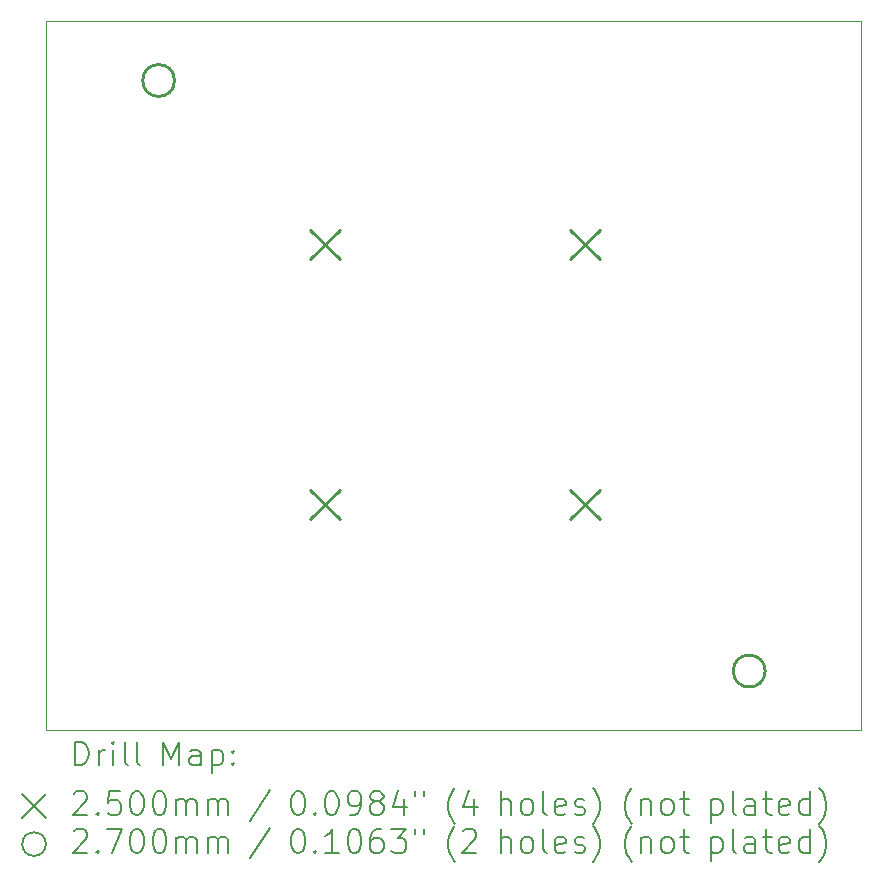
<source format=gbr>
%TF.GenerationSoftware,KiCad,Pcbnew,(7.0.0)*%
%TF.CreationDate,2023-02-26T23:15:07-06:00*%
%TF.ProjectId,KosmoClockUI,4b6f736d-6f43-46c6-9f63-6b55492e6b69,rev?*%
%TF.SameCoordinates,Original*%
%TF.FileFunction,Drillmap*%
%TF.FilePolarity,Positive*%
%FSLAX45Y45*%
G04 Gerber Fmt 4.5, Leading zero omitted, Abs format (unit mm)*
G04 Created by KiCad (PCBNEW (7.0.0)) date 2023-02-26 23:15:07*
%MOMM*%
%LPD*%
G01*
G04 APERTURE LIST*
%ADD10C,0.100000*%
%ADD11C,0.200000*%
%ADD12C,0.250000*%
%ADD13C,0.270000*%
G04 APERTURE END LIST*
D10*
X20300000Y-2000000D02*
X27200000Y-2000000D01*
X27200000Y-2000000D02*
X27200000Y-8000000D01*
X27200000Y-8000000D02*
X20300000Y-8000000D01*
X20300000Y-8000000D02*
X20300000Y-2000000D01*
D11*
D12*
X22534500Y-3765500D02*
X22784500Y-4015500D01*
X22784500Y-3765500D02*
X22534500Y-4015500D01*
X22534500Y-5965500D02*
X22784500Y-6215500D01*
X22784500Y-5965500D02*
X22534500Y-6215500D01*
X24734500Y-3765500D02*
X24984500Y-4015500D01*
X24984500Y-3765500D02*
X24734500Y-4015500D01*
X24734500Y-5965500D02*
X24984500Y-6215500D01*
X24984500Y-5965500D02*
X24734500Y-6215500D01*
D13*
X21385000Y-2500000D02*
G75*
G03*
X21385000Y-2500000I-135000J0D01*
G01*
X26385000Y-7500000D02*
G75*
G03*
X26385000Y-7500000I-135000J0D01*
G01*
D11*
X20542619Y-8298476D02*
X20542619Y-8098476D01*
X20542619Y-8098476D02*
X20590238Y-8098476D01*
X20590238Y-8098476D02*
X20618810Y-8108000D01*
X20618810Y-8108000D02*
X20637857Y-8127048D01*
X20637857Y-8127048D02*
X20647381Y-8146095D01*
X20647381Y-8146095D02*
X20656905Y-8184190D01*
X20656905Y-8184190D02*
X20656905Y-8212762D01*
X20656905Y-8212762D02*
X20647381Y-8250857D01*
X20647381Y-8250857D02*
X20637857Y-8269905D01*
X20637857Y-8269905D02*
X20618810Y-8288952D01*
X20618810Y-8288952D02*
X20590238Y-8298476D01*
X20590238Y-8298476D02*
X20542619Y-8298476D01*
X20742619Y-8298476D02*
X20742619Y-8165143D01*
X20742619Y-8203238D02*
X20752143Y-8184190D01*
X20752143Y-8184190D02*
X20761667Y-8174667D01*
X20761667Y-8174667D02*
X20780714Y-8165143D01*
X20780714Y-8165143D02*
X20799762Y-8165143D01*
X20866429Y-8298476D02*
X20866429Y-8165143D01*
X20866429Y-8098476D02*
X20856905Y-8108000D01*
X20856905Y-8108000D02*
X20866429Y-8117524D01*
X20866429Y-8117524D02*
X20875952Y-8108000D01*
X20875952Y-8108000D02*
X20866429Y-8098476D01*
X20866429Y-8098476D02*
X20866429Y-8117524D01*
X20990238Y-8298476D02*
X20971190Y-8288952D01*
X20971190Y-8288952D02*
X20961667Y-8269905D01*
X20961667Y-8269905D02*
X20961667Y-8098476D01*
X21095000Y-8298476D02*
X21075952Y-8288952D01*
X21075952Y-8288952D02*
X21066429Y-8269905D01*
X21066429Y-8269905D02*
X21066429Y-8098476D01*
X21291190Y-8298476D02*
X21291190Y-8098476D01*
X21291190Y-8098476D02*
X21357857Y-8241333D01*
X21357857Y-8241333D02*
X21424524Y-8098476D01*
X21424524Y-8098476D02*
X21424524Y-8298476D01*
X21605476Y-8298476D02*
X21605476Y-8193714D01*
X21605476Y-8193714D02*
X21595952Y-8174667D01*
X21595952Y-8174667D02*
X21576905Y-8165143D01*
X21576905Y-8165143D02*
X21538809Y-8165143D01*
X21538809Y-8165143D02*
X21519762Y-8174667D01*
X21605476Y-8288952D02*
X21586429Y-8298476D01*
X21586429Y-8298476D02*
X21538809Y-8298476D01*
X21538809Y-8298476D02*
X21519762Y-8288952D01*
X21519762Y-8288952D02*
X21510238Y-8269905D01*
X21510238Y-8269905D02*
X21510238Y-8250857D01*
X21510238Y-8250857D02*
X21519762Y-8231809D01*
X21519762Y-8231809D02*
X21538809Y-8222286D01*
X21538809Y-8222286D02*
X21586429Y-8222286D01*
X21586429Y-8222286D02*
X21605476Y-8212762D01*
X21700714Y-8165143D02*
X21700714Y-8365143D01*
X21700714Y-8174667D02*
X21719762Y-8165143D01*
X21719762Y-8165143D02*
X21757857Y-8165143D01*
X21757857Y-8165143D02*
X21776905Y-8174667D01*
X21776905Y-8174667D02*
X21786429Y-8184190D01*
X21786429Y-8184190D02*
X21795952Y-8203238D01*
X21795952Y-8203238D02*
X21795952Y-8260381D01*
X21795952Y-8260381D02*
X21786429Y-8279428D01*
X21786429Y-8279428D02*
X21776905Y-8288952D01*
X21776905Y-8288952D02*
X21757857Y-8298476D01*
X21757857Y-8298476D02*
X21719762Y-8298476D01*
X21719762Y-8298476D02*
X21700714Y-8288952D01*
X21881667Y-8279428D02*
X21891190Y-8288952D01*
X21891190Y-8288952D02*
X21881667Y-8298476D01*
X21881667Y-8298476D02*
X21872143Y-8288952D01*
X21872143Y-8288952D02*
X21881667Y-8279428D01*
X21881667Y-8279428D02*
X21881667Y-8298476D01*
X21881667Y-8174667D02*
X21891190Y-8184190D01*
X21891190Y-8184190D02*
X21881667Y-8193714D01*
X21881667Y-8193714D02*
X21872143Y-8184190D01*
X21872143Y-8184190D02*
X21881667Y-8174667D01*
X21881667Y-8174667D02*
X21881667Y-8193714D01*
X20095000Y-8545000D02*
X20295000Y-8745000D01*
X20295000Y-8545000D02*
X20095000Y-8745000D01*
X20533095Y-8537524D02*
X20542619Y-8528000D01*
X20542619Y-8528000D02*
X20561667Y-8518476D01*
X20561667Y-8518476D02*
X20609286Y-8518476D01*
X20609286Y-8518476D02*
X20628333Y-8528000D01*
X20628333Y-8528000D02*
X20637857Y-8537524D01*
X20637857Y-8537524D02*
X20647381Y-8556571D01*
X20647381Y-8556571D02*
X20647381Y-8575619D01*
X20647381Y-8575619D02*
X20637857Y-8604190D01*
X20637857Y-8604190D02*
X20523571Y-8718476D01*
X20523571Y-8718476D02*
X20647381Y-8718476D01*
X20733095Y-8699429D02*
X20742619Y-8708952D01*
X20742619Y-8708952D02*
X20733095Y-8718476D01*
X20733095Y-8718476D02*
X20723571Y-8708952D01*
X20723571Y-8708952D02*
X20733095Y-8699429D01*
X20733095Y-8699429D02*
X20733095Y-8718476D01*
X20923571Y-8518476D02*
X20828333Y-8518476D01*
X20828333Y-8518476D02*
X20818810Y-8613714D01*
X20818810Y-8613714D02*
X20828333Y-8604190D01*
X20828333Y-8604190D02*
X20847381Y-8594667D01*
X20847381Y-8594667D02*
X20895000Y-8594667D01*
X20895000Y-8594667D02*
X20914048Y-8604190D01*
X20914048Y-8604190D02*
X20923571Y-8613714D01*
X20923571Y-8613714D02*
X20933095Y-8632762D01*
X20933095Y-8632762D02*
X20933095Y-8680381D01*
X20933095Y-8680381D02*
X20923571Y-8699429D01*
X20923571Y-8699429D02*
X20914048Y-8708952D01*
X20914048Y-8708952D02*
X20895000Y-8718476D01*
X20895000Y-8718476D02*
X20847381Y-8718476D01*
X20847381Y-8718476D02*
X20828333Y-8708952D01*
X20828333Y-8708952D02*
X20818810Y-8699429D01*
X21056905Y-8518476D02*
X21075952Y-8518476D01*
X21075952Y-8518476D02*
X21095000Y-8528000D01*
X21095000Y-8528000D02*
X21104524Y-8537524D01*
X21104524Y-8537524D02*
X21114048Y-8556571D01*
X21114048Y-8556571D02*
X21123571Y-8594667D01*
X21123571Y-8594667D02*
X21123571Y-8642286D01*
X21123571Y-8642286D02*
X21114048Y-8680381D01*
X21114048Y-8680381D02*
X21104524Y-8699429D01*
X21104524Y-8699429D02*
X21095000Y-8708952D01*
X21095000Y-8708952D02*
X21075952Y-8718476D01*
X21075952Y-8718476D02*
X21056905Y-8718476D01*
X21056905Y-8718476D02*
X21037857Y-8708952D01*
X21037857Y-8708952D02*
X21028333Y-8699429D01*
X21028333Y-8699429D02*
X21018810Y-8680381D01*
X21018810Y-8680381D02*
X21009286Y-8642286D01*
X21009286Y-8642286D02*
X21009286Y-8594667D01*
X21009286Y-8594667D02*
X21018810Y-8556571D01*
X21018810Y-8556571D02*
X21028333Y-8537524D01*
X21028333Y-8537524D02*
X21037857Y-8528000D01*
X21037857Y-8528000D02*
X21056905Y-8518476D01*
X21247381Y-8518476D02*
X21266429Y-8518476D01*
X21266429Y-8518476D02*
X21285476Y-8528000D01*
X21285476Y-8528000D02*
X21295000Y-8537524D01*
X21295000Y-8537524D02*
X21304524Y-8556571D01*
X21304524Y-8556571D02*
X21314048Y-8594667D01*
X21314048Y-8594667D02*
X21314048Y-8642286D01*
X21314048Y-8642286D02*
X21304524Y-8680381D01*
X21304524Y-8680381D02*
X21295000Y-8699429D01*
X21295000Y-8699429D02*
X21285476Y-8708952D01*
X21285476Y-8708952D02*
X21266429Y-8718476D01*
X21266429Y-8718476D02*
X21247381Y-8718476D01*
X21247381Y-8718476D02*
X21228333Y-8708952D01*
X21228333Y-8708952D02*
X21218810Y-8699429D01*
X21218810Y-8699429D02*
X21209286Y-8680381D01*
X21209286Y-8680381D02*
X21199762Y-8642286D01*
X21199762Y-8642286D02*
X21199762Y-8594667D01*
X21199762Y-8594667D02*
X21209286Y-8556571D01*
X21209286Y-8556571D02*
X21218810Y-8537524D01*
X21218810Y-8537524D02*
X21228333Y-8528000D01*
X21228333Y-8528000D02*
X21247381Y-8518476D01*
X21399762Y-8718476D02*
X21399762Y-8585143D01*
X21399762Y-8604190D02*
X21409286Y-8594667D01*
X21409286Y-8594667D02*
X21428333Y-8585143D01*
X21428333Y-8585143D02*
X21456905Y-8585143D01*
X21456905Y-8585143D02*
X21475952Y-8594667D01*
X21475952Y-8594667D02*
X21485476Y-8613714D01*
X21485476Y-8613714D02*
X21485476Y-8718476D01*
X21485476Y-8613714D02*
X21495000Y-8594667D01*
X21495000Y-8594667D02*
X21514048Y-8585143D01*
X21514048Y-8585143D02*
X21542619Y-8585143D01*
X21542619Y-8585143D02*
X21561667Y-8594667D01*
X21561667Y-8594667D02*
X21571191Y-8613714D01*
X21571191Y-8613714D02*
X21571191Y-8718476D01*
X21666429Y-8718476D02*
X21666429Y-8585143D01*
X21666429Y-8604190D02*
X21675952Y-8594667D01*
X21675952Y-8594667D02*
X21695000Y-8585143D01*
X21695000Y-8585143D02*
X21723572Y-8585143D01*
X21723572Y-8585143D02*
X21742619Y-8594667D01*
X21742619Y-8594667D02*
X21752143Y-8613714D01*
X21752143Y-8613714D02*
X21752143Y-8718476D01*
X21752143Y-8613714D02*
X21761667Y-8594667D01*
X21761667Y-8594667D02*
X21780714Y-8585143D01*
X21780714Y-8585143D02*
X21809286Y-8585143D01*
X21809286Y-8585143D02*
X21828333Y-8594667D01*
X21828333Y-8594667D02*
X21837857Y-8613714D01*
X21837857Y-8613714D02*
X21837857Y-8718476D01*
X22195952Y-8508952D02*
X22024524Y-8766095D01*
X22420714Y-8518476D02*
X22439762Y-8518476D01*
X22439762Y-8518476D02*
X22458810Y-8528000D01*
X22458810Y-8528000D02*
X22468333Y-8537524D01*
X22468333Y-8537524D02*
X22477857Y-8556571D01*
X22477857Y-8556571D02*
X22487381Y-8594667D01*
X22487381Y-8594667D02*
X22487381Y-8642286D01*
X22487381Y-8642286D02*
X22477857Y-8680381D01*
X22477857Y-8680381D02*
X22468333Y-8699429D01*
X22468333Y-8699429D02*
X22458810Y-8708952D01*
X22458810Y-8708952D02*
X22439762Y-8718476D01*
X22439762Y-8718476D02*
X22420714Y-8718476D01*
X22420714Y-8718476D02*
X22401667Y-8708952D01*
X22401667Y-8708952D02*
X22392143Y-8699429D01*
X22392143Y-8699429D02*
X22382619Y-8680381D01*
X22382619Y-8680381D02*
X22373095Y-8642286D01*
X22373095Y-8642286D02*
X22373095Y-8594667D01*
X22373095Y-8594667D02*
X22382619Y-8556571D01*
X22382619Y-8556571D02*
X22392143Y-8537524D01*
X22392143Y-8537524D02*
X22401667Y-8528000D01*
X22401667Y-8528000D02*
X22420714Y-8518476D01*
X22573095Y-8699429D02*
X22582619Y-8708952D01*
X22582619Y-8708952D02*
X22573095Y-8718476D01*
X22573095Y-8718476D02*
X22563571Y-8708952D01*
X22563571Y-8708952D02*
X22573095Y-8699429D01*
X22573095Y-8699429D02*
X22573095Y-8718476D01*
X22706429Y-8518476D02*
X22725476Y-8518476D01*
X22725476Y-8518476D02*
X22744524Y-8528000D01*
X22744524Y-8528000D02*
X22754048Y-8537524D01*
X22754048Y-8537524D02*
X22763571Y-8556571D01*
X22763571Y-8556571D02*
X22773095Y-8594667D01*
X22773095Y-8594667D02*
X22773095Y-8642286D01*
X22773095Y-8642286D02*
X22763571Y-8680381D01*
X22763571Y-8680381D02*
X22754048Y-8699429D01*
X22754048Y-8699429D02*
X22744524Y-8708952D01*
X22744524Y-8708952D02*
X22725476Y-8718476D01*
X22725476Y-8718476D02*
X22706429Y-8718476D01*
X22706429Y-8718476D02*
X22687381Y-8708952D01*
X22687381Y-8708952D02*
X22677857Y-8699429D01*
X22677857Y-8699429D02*
X22668333Y-8680381D01*
X22668333Y-8680381D02*
X22658810Y-8642286D01*
X22658810Y-8642286D02*
X22658810Y-8594667D01*
X22658810Y-8594667D02*
X22668333Y-8556571D01*
X22668333Y-8556571D02*
X22677857Y-8537524D01*
X22677857Y-8537524D02*
X22687381Y-8528000D01*
X22687381Y-8528000D02*
X22706429Y-8518476D01*
X22868333Y-8718476D02*
X22906429Y-8718476D01*
X22906429Y-8718476D02*
X22925476Y-8708952D01*
X22925476Y-8708952D02*
X22935000Y-8699429D01*
X22935000Y-8699429D02*
X22954048Y-8670857D01*
X22954048Y-8670857D02*
X22963571Y-8632762D01*
X22963571Y-8632762D02*
X22963571Y-8556571D01*
X22963571Y-8556571D02*
X22954048Y-8537524D01*
X22954048Y-8537524D02*
X22944524Y-8528000D01*
X22944524Y-8528000D02*
X22925476Y-8518476D01*
X22925476Y-8518476D02*
X22887381Y-8518476D01*
X22887381Y-8518476D02*
X22868333Y-8528000D01*
X22868333Y-8528000D02*
X22858810Y-8537524D01*
X22858810Y-8537524D02*
X22849286Y-8556571D01*
X22849286Y-8556571D02*
X22849286Y-8604190D01*
X22849286Y-8604190D02*
X22858810Y-8623238D01*
X22858810Y-8623238D02*
X22868333Y-8632762D01*
X22868333Y-8632762D02*
X22887381Y-8642286D01*
X22887381Y-8642286D02*
X22925476Y-8642286D01*
X22925476Y-8642286D02*
X22944524Y-8632762D01*
X22944524Y-8632762D02*
X22954048Y-8623238D01*
X22954048Y-8623238D02*
X22963571Y-8604190D01*
X23077857Y-8604190D02*
X23058810Y-8594667D01*
X23058810Y-8594667D02*
X23049286Y-8585143D01*
X23049286Y-8585143D02*
X23039762Y-8566095D01*
X23039762Y-8566095D02*
X23039762Y-8556571D01*
X23039762Y-8556571D02*
X23049286Y-8537524D01*
X23049286Y-8537524D02*
X23058810Y-8528000D01*
X23058810Y-8528000D02*
X23077857Y-8518476D01*
X23077857Y-8518476D02*
X23115952Y-8518476D01*
X23115952Y-8518476D02*
X23135000Y-8528000D01*
X23135000Y-8528000D02*
X23144524Y-8537524D01*
X23144524Y-8537524D02*
X23154048Y-8556571D01*
X23154048Y-8556571D02*
X23154048Y-8566095D01*
X23154048Y-8566095D02*
X23144524Y-8585143D01*
X23144524Y-8585143D02*
X23135000Y-8594667D01*
X23135000Y-8594667D02*
X23115952Y-8604190D01*
X23115952Y-8604190D02*
X23077857Y-8604190D01*
X23077857Y-8604190D02*
X23058810Y-8613714D01*
X23058810Y-8613714D02*
X23049286Y-8623238D01*
X23049286Y-8623238D02*
X23039762Y-8642286D01*
X23039762Y-8642286D02*
X23039762Y-8680381D01*
X23039762Y-8680381D02*
X23049286Y-8699429D01*
X23049286Y-8699429D02*
X23058810Y-8708952D01*
X23058810Y-8708952D02*
X23077857Y-8718476D01*
X23077857Y-8718476D02*
X23115952Y-8718476D01*
X23115952Y-8718476D02*
X23135000Y-8708952D01*
X23135000Y-8708952D02*
X23144524Y-8699429D01*
X23144524Y-8699429D02*
X23154048Y-8680381D01*
X23154048Y-8680381D02*
X23154048Y-8642286D01*
X23154048Y-8642286D02*
X23144524Y-8623238D01*
X23144524Y-8623238D02*
X23135000Y-8613714D01*
X23135000Y-8613714D02*
X23115952Y-8604190D01*
X23325476Y-8585143D02*
X23325476Y-8718476D01*
X23277857Y-8508952D02*
X23230238Y-8651810D01*
X23230238Y-8651810D02*
X23354048Y-8651810D01*
X23420714Y-8518476D02*
X23420714Y-8556571D01*
X23496905Y-8518476D02*
X23496905Y-8556571D01*
X23759762Y-8794667D02*
X23750238Y-8785143D01*
X23750238Y-8785143D02*
X23731191Y-8756571D01*
X23731191Y-8756571D02*
X23721667Y-8737524D01*
X23721667Y-8737524D02*
X23712143Y-8708952D01*
X23712143Y-8708952D02*
X23702619Y-8661333D01*
X23702619Y-8661333D02*
X23702619Y-8623238D01*
X23702619Y-8623238D02*
X23712143Y-8575619D01*
X23712143Y-8575619D02*
X23721667Y-8547048D01*
X23721667Y-8547048D02*
X23731191Y-8528000D01*
X23731191Y-8528000D02*
X23750238Y-8499429D01*
X23750238Y-8499429D02*
X23759762Y-8489905D01*
X23921667Y-8585143D02*
X23921667Y-8718476D01*
X23874048Y-8508952D02*
X23826429Y-8651810D01*
X23826429Y-8651810D02*
X23950238Y-8651810D01*
X24146429Y-8718476D02*
X24146429Y-8518476D01*
X24232143Y-8718476D02*
X24232143Y-8613714D01*
X24232143Y-8613714D02*
X24222619Y-8594667D01*
X24222619Y-8594667D02*
X24203572Y-8585143D01*
X24203572Y-8585143D02*
X24175000Y-8585143D01*
X24175000Y-8585143D02*
X24155952Y-8594667D01*
X24155952Y-8594667D02*
X24146429Y-8604190D01*
X24355952Y-8718476D02*
X24336905Y-8708952D01*
X24336905Y-8708952D02*
X24327381Y-8699429D01*
X24327381Y-8699429D02*
X24317857Y-8680381D01*
X24317857Y-8680381D02*
X24317857Y-8623238D01*
X24317857Y-8623238D02*
X24327381Y-8604190D01*
X24327381Y-8604190D02*
X24336905Y-8594667D01*
X24336905Y-8594667D02*
X24355952Y-8585143D01*
X24355952Y-8585143D02*
X24384524Y-8585143D01*
X24384524Y-8585143D02*
X24403572Y-8594667D01*
X24403572Y-8594667D02*
X24413095Y-8604190D01*
X24413095Y-8604190D02*
X24422619Y-8623238D01*
X24422619Y-8623238D02*
X24422619Y-8680381D01*
X24422619Y-8680381D02*
X24413095Y-8699429D01*
X24413095Y-8699429D02*
X24403572Y-8708952D01*
X24403572Y-8708952D02*
X24384524Y-8718476D01*
X24384524Y-8718476D02*
X24355952Y-8718476D01*
X24536905Y-8718476D02*
X24517857Y-8708952D01*
X24517857Y-8708952D02*
X24508333Y-8689905D01*
X24508333Y-8689905D02*
X24508333Y-8518476D01*
X24689286Y-8708952D02*
X24670238Y-8718476D01*
X24670238Y-8718476D02*
X24632143Y-8718476D01*
X24632143Y-8718476D02*
X24613095Y-8708952D01*
X24613095Y-8708952D02*
X24603572Y-8689905D01*
X24603572Y-8689905D02*
X24603572Y-8613714D01*
X24603572Y-8613714D02*
X24613095Y-8594667D01*
X24613095Y-8594667D02*
X24632143Y-8585143D01*
X24632143Y-8585143D02*
X24670238Y-8585143D01*
X24670238Y-8585143D02*
X24689286Y-8594667D01*
X24689286Y-8594667D02*
X24698810Y-8613714D01*
X24698810Y-8613714D02*
X24698810Y-8632762D01*
X24698810Y-8632762D02*
X24603572Y-8651810D01*
X24775000Y-8708952D02*
X24794048Y-8718476D01*
X24794048Y-8718476D02*
X24832143Y-8718476D01*
X24832143Y-8718476D02*
X24851191Y-8708952D01*
X24851191Y-8708952D02*
X24860714Y-8689905D01*
X24860714Y-8689905D02*
X24860714Y-8680381D01*
X24860714Y-8680381D02*
X24851191Y-8661333D01*
X24851191Y-8661333D02*
X24832143Y-8651810D01*
X24832143Y-8651810D02*
X24803572Y-8651810D01*
X24803572Y-8651810D02*
X24784524Y-8642286D01*
X24784524Y-8642286D02*
X24775000Y-8623238D01*
X24775000Y-8623238D02*
X24775000Y-8613714D01*
X24775000Y-8613714D02*
X24784524Y-8594667D01*
X24784524Y-8594667D02*
X24803572Y-8585143D01*
X24803572Y-8585143D02*
X24832143Y-8585143D01*
X24832143Y-8585143D02*
X24851191Y-8594667D01*
X24927381Y-8794667D02*
X24936905Y-8785143D01*
X24936905Y-8785143D02*
X24955953Y-8756571D01*
X24955953Y-8756571D02*
X24965476Y-8737524D01*
X24965476Y-8737524D02*
X24975000Y-8708952D01*
X24975000Y-8708952D02*
X24984524Y-8661333D01*
X24984524Y-8661333D02*
X24984524Y-8623238D01*
X24984524Y-8623238D02*
X24975000Y-8575619D01*
X24975000Y-8575619D02*
X24965476Y-8547048D01*
X24965476Y-8547048D02*
X24955953Y-8528000D01*
X24955953Y-8528000D02*
X24936905Y-8499429D01*
X24936905Y-8499429D02*
X24927381Y-8489905D01*
X25256905Y-8794667D02*
X25247381Y-8785143D01*
X25247381Y-8785143D02*
X25228333Y-8756571D01*
X25228333Y-8756571D02*
X25218810Y-8737524D01*
X25218810Y-8737524D02*
X25209286Y-8708952D01*
X25209286Y-8708952D02*
X25199762Y-8661333D01*
X25199762Y-8661333D02*
X25199762Y-8623238D01*
X25199762Y-8623238D02*
X25209286Y-8575619D01*
X25209286Y-8575619D02*
X25218810Y-8547048D01*
X25218810Y-8547048D02*
X25228333Y-8528000D01*
X25228333Y-8528000D02*
X25247381Y-8499429D01*
X25247381Y-8499429D02*
X25256905Y-8489905D01*
X25333095Y-8585143D02*
X25333095Y-8718476D01*
X25333095Y-8604190D02*
X25342619Y-8594667D01*
X25342619Y-8594667D02*
X25361667Y-8585143D01*
X25361667Y-8585143D02*
X25390238Y-8585143D01*
X25390238Y-8585143D02*
X25409286Y-8594667D01*
X25409286Y-8594667D02*
X25418810Y-8613714D01*
X25418810Y-8613714D02*
X25418810Y-8718476D01*
X25542619Y-8718476D02*
X25523572Y-8708952D01*
X25523572Y-8708952D02*
X25514048Y-8699429D01*
X25514048Y-8699429D02*
X25504524Y-8680381D01*
X25504524Y-8680381D02*
X25504524Y-8623238D01*
X25504524Y-8623238D02*
X25514048Y-8604190D01*
X25514048Y-8604190D02*
X25523572Y-8594667D01*
X25523572Y-8594667D02*
X25542619Y-8585143D01*
X25542619Y-8585143D02*
X25571191Y-8585143D01*
X25571191Y-8585143D02*
X25590238Y-8594667D01*
X25590238Y-8594667D02*
X25599762Y-8604190D01*
X25599762Y-8604190D02*
X25609286Y-8623238D01*
X25609286Y-8623238D02*
X25609286Y-8680381D01*
X25609286Y-8680381D02*
X25599762Y-8699429D01*
X25599762Y-8699429D02*
X25590238Y-8708952D01*
X25590238Y-8708952D02*
X25571191Y-8718476D01*
X25571191Y-8718476D02*
X25542619Y-8718476D01*
X25666429Y-8585143D02*
X25742619Y-8585143D01*
X25695000Y-8518476D02*
X25695000Y-8689905D01*
X25695000Y-8689905D02*
X25704524Y-8708952D01*
X25704524Y-8708952D02*
X25723572Y-8718476D01*
X25723572Y-8718476D02*
X25742619Y-8718476D01*
X25929286Y-8585143D02*
X25929286Y-8785143D01*
X25929286Y-8594667D02*
X25948333Y-8585143D01*
X25948333Y-8585143D02*
X25986429Y-8585143D01*
X25986429Y-8585143D02*
X26005476Y-8594667D01*
X26005476Y-8594667D02*
X26015000Y-8604190D01*
X26015000Y-8604190D02*
X26024524Y-8623238D01*
X26024524Y-8623238D02*
X26024524Y-8680381D01*
X26024524Y-8680381D02*
X26015000Y-8699429D01*
X26015000Y-8699429D02*
X26005476Y-8708952D01*
X26005476Y-8708952D02*
X25986429Y-8718476D01*
X25986429Y-8718476D02*
X25948333Y-8718476D01*
X25948333Y-8718476D02*
X25929286Y-8708952D01*
X26138810Y-8718476D02*
X26119762Y-8708952D01*
X26119762Y-8708952D02*
X26110238Y-8689905D01*
X26110238Y-8689905D02*
X26110238Y-8518476D01*
X26300714Y-8718476D02*
X26300714Y-8613714D01*
X26300714Y-8613714D02*
X26291191Y-8594667D01*
X26291191Y-8594667D02*
X26272143Y-8585143D01*
X26272143Y-8585143D02*
X26234048Y-8585143D01*
X26234048Y-8585143D02*
X26215000Y-8594667D01*
X26300714Y-8708952D02*
X26281667Y-8718476D01*
X26281667Y-8718476D02*
X26234048Y-8718476D01*
X26234048Y-8718476D02*
X26215000Y-8708952D01*
X26215000Y-8708952D02*
X26205476Y-8689905D01*
X26205476Y-8689905D02*
X26205476Y-8670857D01*
X26205476Y-8670857D02*
X26215000Y-8651810D01*
X26215000Y-8651810D02*
X26234048Y-8642286D01*
X26234048Y-8642286D02*
X26281667Y-8642286D01*
X26281667Y-8642286D02*
X26300714Y-8632762D01*
X26367381Y-8585143D02*
X26443572Y-8585143D01*
X26395953Y-8518476D02*
X26395953Y-8689905D01*
X26395953Y-8689905D02*
X26405476Y-8708952D01*
X26405476Y-8708952D02*
X26424524Y-8718476D01*
X26424524Y-8718476D02*
X26443572Y-8718476D01*
X26586429Y-8708952D02*
X26567381Y-8718476D01*
X26567381Y-8718476D02*
X26529286Y-8718476D01*
X26529286Y-8718476D02*
X26510238Y-8708952D01*
X26510238Y-8708952D02*
X26500714Y-8689905D01*
X26500714Y-8689905D02*
X26500714Y-8613714D01*
X26500714Y-8613714D02*
X26510238Y-8594667D01*
X26510238Y-8594667D02*
X26529286Y-8585143D01*
X26529286Y-8585143D02*
X26567381Y-8585143D01*
X26567381Y-8585143D02*
X26586429Y-8594667D01*
X26586429Y-8594667D02*
X26595953Y-8613714D01*
X26595953Y-8613714D02*
X26595953Y-8632762D01*
X26595953Y-8632762D02*
X26500714Y-8651810D01*
X26767381Y-8718476D02*
X26767381Y-8518476D01*
X26767381Y-8708952D02*
X26748334Y-8718476D01*
X26748334Y-8718476D02*
X26710238Y-8718476D01*
X26710238Y-8718476D02*
X26691191Y-8708952D01*
X26691191Y-8708952D02*
X26681667Y-8699429D01*
X26681667Y-8699429D02*
X26672143Y-8680381D01*
X26672143Y-8680381D02*
X26672143Y-8623238D01*
X26672143Y-8623238D02*
X26681667Y-8604190D01*
X26681667Y-8604190D02*
X26691191Y-8594667D01*
X26691191Y-8594667D02*
X26710238Y-8585143D01*
X26710238Y-8585143D02*
X26748334Y-8585143D01*
X26748334Y-8585143D02*
X26767381Y-8594667D01*
X26843572Y-8794667D02*
X26853095Y-8785143D01*
X26853095Y-8785143D02*
X26872143Y-8756571D01*
X26872143Y-8756571D02*
X26881667Y-8737524D01*
X26881667Y-8737524D02*
X26891191Y-8708952D01*
X26891191Y-8708952D02*
X26900714Y-8661333D01*
X26900714Y-8661333D02*
X26900714Y-8623238D01*
X26900714Y-8623238D02*
X26891191Y-8575619D01*
X26891191Y-8575619D02*
X26881667Y-8547048D01*
X26881667Y-8547048D02*
X26872143Y-8528000D01*
X26872143Y-8528000D02*
X26853095Y-8499429D01*
X26853095Y-8499429D02*
X26843572Y-8489905D01*
X20295000Y-8965000D02*
G75*
G03*
X20295000Y-8965000I-100000J0D01*
G01*
X20533095Y-8857524D02*
X20542619Y-8848000D01*
X20542619Y-8848000D02*
X20561667Y-8838476D01*
X20561667Y-8838476D02*
X20609286Y-8838476D01*
X20609286Y-8838476D02*
X20628333Y-8848000D01*
X20628333Y-8848000D02*
X20637857Y-8857524D01*
X20637857Y-8857524D02*
X20647381Y-8876571D01*
X20647381Y-8876571D02*
X20647381Y-8895619D01*
X20647381Y-8895619D02*
X20637857Y-8924190D01*
X20637857Y-8924190D02*
X20523571Y-9038476D01*
X20523571Y-9038476D02*
X20647381Y-9038476D01*
X20733095Y-9019429D02*
X20742619Y-9028952D01*
X20742619Y-9028952D02*
X20733095Y-9038476D01*
X20733095Y-9038476D02*
X20723571Y-9028952D01*
X20723571Y-9028952D02*
X20733095Y-9019429D01*
X20733095Y-9019429D02*
X20733095Y-9038476D01*
X20809286Y-8838476D02*
X20942619Y-8838476D01*
X20942619Y-8838476D02*
X20856905Y-9038476D01*
X21056905Y-8838476D02*
X21075952Y-8838476D01*
X21075952Y-8838476D02*
X21095000Y-8848000D01*
X21095000Y-8848000D02*
X21104524Y-8857524D01*
X21104524Y-8857524D02*
X21114048Y-8876571D01*
X21114048Y-8876571D02*
X21123571Y-8914667D01*
X21123571Y-8914667D02*
X21123571Y-8962286D01*
X21123571Y-8962286D02*
X21114048Y-9000381D01*
X21114048Y-9000381D02*
X21104524Y-9019429D01*
X21104524Y-9019429D02*
X21095000Y-9028952D01*
X21095000Y-9028952D02*
X21075952Y-9038476D01*
X21075952Y-9038476D02*
X21056905Y-9038476D01*
X21056905Y-9038476D02*
X21037857Y-9028952D01*
X21037857Y-9028952D02*
X21028333Y-9019429D01*
X21028333Y-9019429D02*
X21018810Y-9000381D01*
X21018810Y-9000381D02*
X21009286Y-8962286D01*
X21009286Y-8962286D02*
X21009286Y-8914667D01*
X21009286Y-8914667D02*
X21018810Y-8876571D01*
X21018810Y-8876571D02*
X21028333Y-8857524D01*
X21028333Y-8857524D02*
X21037857Y-8848000D01*
X21037857Y-8848000D02*
X21056905Y-8838476D01*
X21247381Y-8838476D02*
X21266429Y-8838476D01*
X21266429Y-8838476D02*
X21285476Y-8848000D01*
X21285476Y-8848000D02*
X21295000Y-8857524D01*
X21295000Y-8857524D02*
X21304524Y-8876571D01*
X21304524Y-8876571D02*
X21314048Y-8914667D01*
X21314048Y-8914667D02*
X21314048Y-8962286D01*
X21314048Y-8962286D02*
X21304524Y-9000381D01*
X21304524Y-9000381D02*
X21295000Y-9019429D01*
X21295000Y-9019429D02*
X21285476Y-9028952D01*
X21285476Y-9028952D02*
X21266429Y-9038476D01*
X21266429Y-9038476D02*
X21247381Y-9038476D01*
X21247381Y-9038476D02*
X21228333Y-9028952D01*
X21228333Y-9028952D02*
X21218810Y-9019429D01*
X21218810Y-9019429D02*
X21209286Y-9000381D01*
X21209286Y-9000381D02*
X21199762Y-8962286D01*
X21199762Y-8962286D02*
X21199762Y-8914667D01*
X21199762Y-8914667D02*
X21209286Y-8876571D01*
X21209286Y-8876571D02*
X21218810Y-8857524D01*
X21218810Y-8857524D02*
X21228333Y-8848000D01*
X21228333Y-8848000D02*
X21247381Y-8838476D01*
X21399762Y-9038476D02*
X21399762Y-8905143D01*
X21399762Y-8924190D02*
X21409286Y-8914667D01*
X21409286Y-8914667D02*
X21428333Y-8905143D01*
X21428333Y-8905143D02*
X21456905Y-8905143D01*
X21456905Y-8905143D02*
X21475952Y-8914667D01*
X21475952Y-8914667D02*
X21485476Y-8933714D01*
X21485476Y-8933714D02*
X21485476Y-9038476D01*
X21485476Y-8933714D02*
X21495000Y-8914667D01*
X21495000Y-8914667D02*
X21514048Y-8905143D01*
X21514048Y-8905143D02*
X21542619Y-8905143D01*
X21542619Y-8905143D02*
X21561667Y-8914667D01*
X21561667Y-8914667D02*
X21571191Y-8933714D01*
X21571191Y-8933714D02*
X21571191Y-9038476D01*
X21666429Y-9038476D02*
X21666429Y-8905143D01*
X21666429Y-8924190D02*
X21675952Y-8914667D01*
X21675952Y-8914667D02*
X21695000Y-8905143D01*
X21695000Y-8905143D02*
X21723572Y-8905143D01*
X21723572Y-8905143D02*
X21742619Y-8914667D01*
X21742619Y-8914667D02*
X21752143Y-8933714D01*
X21752143Y-8933714D02*
X21752143Y-9038476D01*
X21752143Y-8933714D02*
X21761667Y-8914667D01*
X21761667Y-8914667D02*
X21780714Y-8905143D01*
X21780714Y-8905143D02*
X21809286Y-8905143D01*
X21809286Y-8905143D02*
X21828333Y-8914667D01*
X21828333Y-8914667D02*
X21837857Y-8933714D01*
X21837857Y-8933714D02*
X21837857Y-9038476D01*
X22195952Y-8828952D02*
X22024524Y-9086095D01*
X22420714Y-8838476D02*
X22439762Y-8838476D01*
X22439762Y-8838476D02*
X22458810Y-8848000D01*
X22458810Y-8848000D02*
X22468333Y-8857524D01*
X22468333Y-8857524D02*
X22477857Y-8876571D01*
X22477857Y-8876571D02*
X22487381Y-8914667D01*
X22487381Y-8914667D02*
X22487381Y-8962286D01*
X22487381Y-8962286D02*
X22477857Y-9000381D01*
X22477857Y-9000381D02*
X22468333Y-9019429D01*
X22468333Y-9019429D02*
X22458810Y-9028952D01*
X22458810Y-9028952D02*
X22439762Y-9038476D01*
X22439762Y-9038476D02*
X22420714Y-9038476D01*
X22420714Y-9038476D02*
X22401667Y-9028952D01*
X22401667Y-9028952D02*
X22392143Y-9019429D01*
X22392143Y-9019429D02*
X22382619Y-9000381D01*
X22382619Y-9000381D02*
X22373095Y-8962286D01*
X22373095Y-8962286D02*
X22373095Y-8914667D01*
X22373095Y-8914667D02*
X22382619Y-8876571D01*
X22382619Y-8876571D02*
X22392143Y-8857524D01*
X22392143Y-8857524D02*
X22401667Y-8848000D01*
X22401667Y-8848000D02*
X22420714Y-8838476D01*
X22573095Y-9019429D02*
X22582619Y-9028952D01*
X22582619Y-9028952D02*
X22573095Y-9038476D01*
X22573095Y-9038476D02*
X22563571Y-9028952D01*
X22563571Y-9028952D02*
X22573095Y-9019429D01*
X22573095Y-9019429D02*
X22573095Y-9038476D01*
X22773095Y-9038476D02*
X22658810Y-9038476D01*
X22715952Y-9038476D02*
X22715952Y-8838476D01*
X22715952Y-8838476D02*
X22696905Y-8867048D01*
X22696905Y-8867048D02*
X22677857Y-8886095D01*
X22677857Y-8886095D02*
X22658810Y-8895619D01*
X22896905Y-8838476D02*
X22915952Y-8838476D01*
X22915952Y-8838476D02*
X22935000Y-8848000D01*
X22935000Y-8848000D02*
X22944524Y-8857524D01*
X22944524Y-8857524D02*
X22954048Y-8876571D01*
X22954048Y-8876571D02*
X22963571Y-8914667D01*
X22963571Y-8914667D02*
X22963571Y-8962286D01*
X22963571Y-8962286D02*
X22954048Y-9000381D01*
X22954048Y-9000381D02*
X22944524Y-9019429D01*
X22944524Y-9019429D02*
X22935000Y-9028952D01*
X22935000Y-9028952D02*
X22915952Y-9038476D01*
X22915952Y-9038476D02*
X22896905Y-9038476D01*
X22896905Y-9038476D02*
X22877857Y-9028952D01*
X22877857Y-9028952D02*
X22868333Y-9019429D01*
X22868333Y-9019429D02*
X22858810Y-9000381D01*
X22858810Y-9000381D02*
X22849286Y-8962286D01*
X22849286Y-8962286D02*
X22849286Y-8914667D01*
X22849286Y-8914667D02*
X22858810Y-8876571D01*
X22858810Y-8876571D02*
X22868333Y-8857524D01*
X22868333Y-8857524D02*
X22877857Y-8848000D01*
X22877857Y-8848000D02*
X22896905Y-8838476D01*
X23135000Y-8838476D02*
X23096905Y-8838476D01*
X23096905Y-8838476D02*
X23077857Y-8848000D01*
X23077857Y-8848000D02*
X23068333Y-8857524D01*
X23068333Y-8857524D02*
X23049286Y-8886095D01*
X23049286Y-8886095D02*
X23039762Y-8924190D01*
X23039762Y-8924190D02*
X23039762Y-9000381D01*
X23039762Y-9000381D02*
X23049286Y-9019429D01*
X23049286Y-9019429D02*
X23058810Y-9028952D01*
X23058810Y-9028952D02*
X23077857Y-9038476D01*
X23077857Y-9038476D02*
X23115952Y-9038476D01*
X23115952Y-9038476D02*
X23135000Y-9028952D01*
X23135000Y-9028952D02*
X23144524Y-9019429D01*
X23144524Y-9019429D02*
X23154048Y-9000381D01*
X23154048Y-9000381D02*
X23154048Y-8952762D01*
X23154048Y-8952762D02*
X23144524Y-8933714D01*
X23144524Y-8933714D02*
X23135000Y-8924190D01*
X23135000Y-8924190D02*
X23115952Y-8914667D01*
X23115952Y-8914667D02*
X23077857Y-8914667D01*
X23077857Y-8914667D02*
X23058810Y-8924190D01*
X23058810Y-8924190D02*
X23049286Y-8933714D01*
X23049286Y-8933714D02*
X23039762Y-8952762D01*
X23220714Y-8838476D02*
X23344524Y-8838476D01*
X23344524Y-8838476D02*
X23277857Y-8914667D01*
X23277857Y-8914667D02*
X23306429Y-8914667D01*
X23306429Y-8914667D02*
X23325476Y-8924190D01*
X23325476Y-8924190D02*
X23335000Y-8933714D01*
X23335000Y-8933714D02*
X23344524Y-8952762D01*
X23344524Y-8952762D02*
X23344524Y-9000381D01*
X23344524Y-9000381D02*
X23335000Y-9019429D01*
X23335000Y-9019429D02*
X23325476Y-9028952D01*
X23325476Y-9028952D02*
X23306429Y-9038476D01*
X23306429Y-9038476D02*
X23249286Y-9038476D01*
X23249286Y-9038476D02*
X23230238Y-9028952D01*
X23230238Y-9028952D02*
X23220714Y-9019429D01*
X23420714Y-8838476D02*
X23420714Y-8876571D01*
X23496905Y-8838476D02*
X23496905Y-8876571D01*
X23759762Y-9114667D02*
X23750238Y-9105143D01*
X23750238Y-9105143D02*
X23731191Y-9076571D01*
X23731191Y-9076571D02*
X23721667Y-9057524D01*
X23721667Y-9057524D02*
X23712143Y-9028952D01*
X23712143Y-9028952D02*
X23702619Y-8981333D01*
X23702619Y-8981333D02*
X23702619Y-8943238D01*
X23702619Y-8943238D02*
X23712143Y-8895619D01*
X23712143Y-8895619D02*
X23721667Y-8867048D01*
X23721667Y-8867048D02*
X23731191Y-8848000D01*
X23731191Y-8848000D02*
X23750238Y-8819429D01*
X23750238Y-8819429D02*
X23759762Y-8809905D01*
X23826429Y-8857524D02*
X23835952Y-8848000D01*
X23835952Y-8848000D02*
X23855000Y-8838476D01*
X23855000Y-8838476D02*
X23902619Y-8838476D01*
X23902619Y-8838476D02*
X23921667Y-8848000D01*
X23921667Y-8848000D02*
X23931191Y-8857524D01*
X23931191Y-8857524D02*
X23940714Y-8876571D01*
X23940714Y-8876571D02*
X23940714Y-8895619D01*
X23940714Y-8895619D02*
X23931191Y-8924190D01*
X23931191Y-8924190D02*
X23816905Y-9038476D01*
X23816905Y-9038476D02*
X23940714Y-9038476D01*
X24146429Y-9038476D02*
X24146429Y-8838476D01*
X24232143Y-9038476D02*
X24232143Y-8933714D01*
X24232143Y-8933714D02*
X24222619Y-8914667D01*
X24222619Y-8914667D02*
X24203572Y-8905143D01*
X24203572Y-8905143D02*
X24175000Y-8905143D01*
X24175000Y-8905143D02*
X24155952Y-8914667D01*
X24155952Y-8914667D02*
X24146429Y-8924190D01*
X24355952Y-9038476D02*
X24336905Y-9028952D01*
X24336905Y-9028952D02*
X24327381Y-9019429D01*
X24327381Y-9019429D02*
X24317857Y-9000381D01*
X24317857Y-9000381D02*
X24317857Y-8943238D01*
X24317857Y-8943238D02*
X24327381Y-8924190D01*
X24327381Y-8924190D02*
X24336905Y-8914667D01*
X24336905Y-8914667D02*
X24355952Y-8905143D01*
X24355952Y-8905143D02*
X24384524Y-8905143D01*
X24384524Y-8905143D02*
X24403572Y-8914667D01*
X24403572Y-8914667D02*
X24413095Y-8924190D01*
X24413095Y-8924190D02*
X24422619Y-8943238D01*
X24422619Y-8943238D02*
X24422619Y-9000381D01*
X24422619Y-9000381D02*
X24413095Y-9019429D01*
X24413095Y-9019429D02*
X24403572Y-9028952D01*
X24403572Y-9028952D02*
X24384524Y-9038476D01*
X24384524Y-9038476D02*
X24355952Y-9038476D01*
X24536905Y-9038476D02*
X24517857Y-9028952D01*
X24517857Y-9028952D02*
X24508333Y-9009905D01*
X24508333Y-9009905D02*
X24508333Y-8838476D01*
X24689286Y-9028952D02*
X24670238Y-9038476D01*
X24670238Y-9038476D02*
X24632143Y-9038476D01*
X24632143Y-9038476D02*
X24613095Y-9028952D01*
X24613095Y-9028952D02*
X24603572Y-9009905D01*
X24603572Y-9009905D02*
X24603572Y-8933714D01*
X24603572Y-8933714D02*
X24613095Y-8914667D01*
X24613095Y-8914667D02*
X24632143Y-8905143D01*
X24632143Y-8905143D02*
X24670238Y-8905143D01*
X24670238Y-8905143D02*
X24689286Y-8914667D01*
X24689286Y-8914667D02*
X24698810Y-8933714D01*
X24698810Y-8933714D02*
X24698810Y-8952762D01*
X24698810Y-8952762D02*
X24603572Y-8971810D01*
X24775000Y-9028952D02*
X24794048Y-9038476D01*
X24794048Y-9038476D02*
X24832143Y-9038476D01*
X24832143Y-9038476D02*
X24851191Y-9028952D01*
X24851191Y-9028952D02*
X24860714Y-9009905D01*
X24860714Y-9009905D02*
X24860714Y-9000381D01*
X24860714Y-9000381D02*
X24851191Y-8981333D01*
X24851191Y-8981333D02*
X24832143Y-8971810D01*
X24832143Y-8971810D02*
X24803572Y-8971810D01*
X24803572Y-8971810D02*
X24784524Y-8962286D01*
X24784524Y-8962286D02*
X24775000Y-8943238D01*
X24775000Y-8943238D02*
X24775000Y-8933714D01*
X24775000Y-8933714D02*
X24784524Y-8914667D01*
X24784524Y-8914667D02*
X24803572Y-8905143D01*
X24803572Y-8905143D02*
X24832143Y-8905143D01*
X24832143Y-8905143D02*
X24851191Y-8914667D01*
X24927381Y-9114667D02*
X24936905Y-9105143D01*
X24936905Y-9105143D02*
X24955953Y-9076571D01*
X24955953Y-9076571D02*
X24965476Y-9057524D01*
X24965476Y-9057524D02*
X24975000Y-9028952D01*
X24975000Y-9028952D02*
X24984524Y-8981333D01*
X24984524Y-8981333D02*
X24984524Y-8943238D01*
X24984524Y-8943238D02*
X24975000Y-8895619D01*
X24975000Y-8895619D02*
X24965476Y-8867048D01*
X24965476Y-8867048D02*
X24955953Y-8848000D01*
X24955953Y-8848000D02*
X24936905Y-8819429D01*
X24936905Y-8819429D02*
X24927381Y-8809905D01*
X25256905Y-9114667D02*
X25247381Y-9105143D01*
X25247381Y-9105143D02*
X25228333Y-9076571D01*
X25228333Y-9076571D02*
X25218810Y-9057524D01*
X25218810Y-9057524D02*
X25209286Y-9028952D01*
X25209286Y-9028952D02*
X25199762Y-8981333D01*
X25199762Y-8981333D02*
X25199762Y-8943238D01*
X25199762Y-8943238D02*
X25209286Y-8895619D01*
X25209286Y-8895619D02*
X25218810Y-8867048D01*
X25218810Y-8867048D02*
X25228333Y-8848000D01*
X25228333Y-8848000D02*
X25247381Y-8819429D01*
X25247381Y-8819429D02*
X25256905Y-8809905D01*
X25333095Y-8905143D02*
X25333095Y-9038476D01*
X25333095Y-8924190D02*
X25342619Y-8914667D01*
X25342619Y-8914667D02*
X25361667Y-8905143D01*
X25361667Y-8905143D02*
X25390238Y-8905143D01*
X25390238Y-8905143D02*
X25409286Y-8914667D01*
X25409286Y-8914667D02*
X25418810Y-8933714D01*
X25418810Y-8933714D02*
X25418810Y-9038476D01*
X25542619Y-9038476D02*
X25523572Y-9028952D01*
X25523572Y-9028952D02*
X25514048Y-9019429D01*
X25514048Y-9019429D02*
X25504524Y-9000381D01*
X25504524Y-9000381D02*
X25504524Y-8943238D01*
X25504524Y-8943238D02*
X25514048Y-8924190D01*
X25514048Y-8924190D02*
X25523572Y-8914667D01*
X25523572Y-8914667D02*
X25542619Y-8905143D01*
X25542619Y-8905143D02*
X25571191Y-8905143D01*
X25571191Y-8905143D02*
X25590238Y-8914667D01*
X25590238Y-8914667D02*
X25599762Y-8924190D01*
X25599762Y-8924190D02*
X25609286Y-8943238D01*
X25609286Y-8943238D02*
X25609286Y-9000381D01*
X25609286Y-9000381D02*
X25599762Y-9019429D01*
X25599762Y-9019429D02*
X25590238Y-9028952D01*
X25590238Y-9028952D02*
X25571191Y-9038476D01*
X25571191Y-9038476D02*
X25542619Y-9038476D01*
X25666429Y-8905143D02*
X25742619Y-8905143D01*
X25695000Y-8838476D02*
X25695000Y-9009905D01*
X25695000Y-9009905D02*
X25704524Y-9028952D01*
X25704524Y-9028952D02*
X25723572Y-9038476D01*
X25723572Y-9038476D02*
X25742619Y-9038476D01*
X25929286Y-8905143D02*
X25929286Y-9105143D01*
X25929286Y-8914667D02*
X25948333Y-8905143D01*
X25948333Y-8905143D02*
X25986429Y-8905143D01*
X25986429Y-8905143D02*
X26005476Y-8914667D01*
X26005476Y-8914667D02*
X26015000Y-8924190D01*
X26015000Y-8924190D02*
X26024524Y-8943238D01*
X26024524Y-8943238D02*
X26024524Y-9000381D01*
X26024524Y-9000381D02*
X26015000Y-9019429D01*
X26015000Y-9019429D02*
X26005476Y-9028952D01*
X26005476Y-9028952D02*
X25986429Y-9038476D01*
X25986429Y-9038476D02*
X25948333Y-9038476D01*
X25948333Y-9038476D02*
X25929286Y-9028952D01*
X26138810Y-9038476D02*
X26119762Y-9028952D01*
X26119762Y-9028952D02*
X26110238Y-9009905D01*
X26110238Y-9009905D02*
X26110238Y-8838476D01*
X26300714Y-9038476D02*
X26300714Y-8933714D01*
X26300714Y-8933714D02*
X26291191Y-8914667D01*
X26291191Y-8914667D02*
X26272143Y-8905143D01*
X26272143Y-8905143D02*
X26234048Y-8905143D01*
X26234048Y-8905143D02*
X26215000Y-8914667D01*
X26300714Y-9028952D02*
X26281667Y-9038476D01*
X26281667Y-9038476D02*
X26234048Y-9038476D01*
X26234048Y-9038476D02*
X26215000Y-9028952D01*
X26215000Y-9028952D02*
X26205476Y-9009905D01*
X26205476Y-9009905D02*
X26205476Y-8990857D01*
X26205476Y-8990857D02*
X26215000Y-8971810D01*
X26215000Y-8971810D02*
X26234048Y-8962286D01*
X26234048Y-8962286D02*
X26281667Y-8962286D01*
X26281667Y-8962286D02*
X26300714Y-8952762D01*
X26367381Y-8905143D02*
X26443572Y-8905143D01*
X26395953Y-8838476D02*
X26395953Y-9009905D01*
X26395953Y-9009905D02*
X26405476Y-9028952D01*
X26405476Y-9028952D02*
X26424524Y-9038476D01*
X26424524Y-9038476D02*
X26443572Y-9038476D01*
X26586429Y-9028952D02*
X26567381Y-9038476D01*
X26567381Y-9038476D02*
X26529286Y-9038476D01*
X26529286Y-9038476D02*
X26510238Y-9028952D01*
X26510238Y-9028952D02*
X26500714Y-9009905D01*
X26500714Y-9009905D02*
X26500714Y-8933714D01*
X26500714Y-8933714D02*
X26510238Y-8914667D01*
X26510238Y-8914667D02*
X26529286Y-8905143D01*
X26529286Y-8905143D02*
X26567381Y-8905143D01*
X26567381Y-8905143D02*
X26586429Y-8914667D01*
X26586429Y-8914667D02*
X26595953Y-8933714D01*
X26595953Y-8933714D02*
X26595953Y-8952762D01*
X26595953Y-8952762D02*
X26500714Y-8971810D01*
X26767381Y-9038476D02*
X26767381Y-8838476D01*
X26767381Y-9028952D02*
X26748334Y-9038476D01*
X26748334Y-9038476D02*
X26710238Y-9038476D01*
X26710238Y-9038476D02*
X26691191Y-9028952D01*
X26691191Y-9028952D02*
X26681667Y-9019429D01*
X26681667Y-9019429D02*
X26672143Y-9000381D01*
X26672143Y-9000381D02*
X26672143Y-8943238D01*
X26672143Y-8943238D02*
X26681667Y-8924190D01*
X26681667Y-8924190D02*
X26691191Y-8914667D01*
X26691191Y-8914667D02*
X26710238Y-8905143D01*
X26710238Y-8905143D02*
X26748334Y-8905143D01*
X26748334Y-8905143D02*
X26767381Y-8914667D01*
X26843572Y-9114667D02*
X26853095Y-9105143D01*
X26853095Y-9105143D02*
X26872143Y-9076571D01*
X26872143Y-9076571D02*
X26881667Y-9057524D01*
X26881667Y-9057524D02*
X26891191Y-9028952D01*
X26891191Y-9028952D02*
X26900714Y-8981333D01*
X26900714Y-8981333D02*
X26900714Y-8943238D01*
X26900714Y-8943238D02*
X26891191Y-8895619D01*
X26891191Y-8895619D02*
X26881667Y-8867048D01*
X26881667Y-8867048D02*
X26872143Y-8848000D01*
X26872143Y-8848000D02*
X26853095Y-8819429D01*
X26853095Y-8819429D02*
X26843572Y-8809905D01*
M02*

</source>
